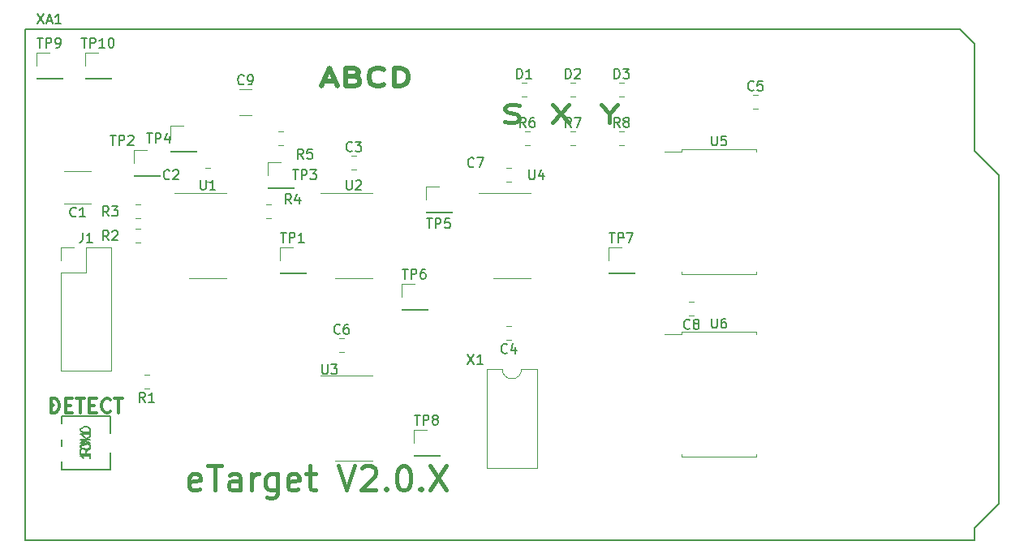
<source format=gbr>
G04 #@! TF.GenerationSoftware,KiCad,Pcbnew,(5.1.5-0-10_14)*
G04 #@! TF.CreationDate,2020-03-01T16:55:33-06:00*
G04 #@! TF.ProjectId,Electronic Target,456c6563-7472-46f6-9e69-632054617267,rev?*
G04 #@! TF.SameCoordinates,Original*
G04 #@! TF.FileFunction,Legend,Top*
G04 #@! TF.FilePolarity,Positive*
%FSLAX46Y46*%
G04 Gerber Fmt 4.6, Leading zero omitted, Abs format (unit mm)*
G04 Created by KiCad (PCBNEW (5.1.5-0-10_14)) date 2020-03-01 16:55:33*
%MOMM*%
%LPD*%
G04 APERTURE LIST*
%ADD10C,0.381000*%
%ADD11C,0.300000*%
%ADD12C,0.476250*%
%ADD13C,0.150000*%
%ADD14C,0.120000*%
%ADD15C,0.152400*%
G04 APERTURE END LIST*
D10*
X135043333Y-130568095D02*
X134801428Y-130689047D01*
X134317619Y-130689047D01*
X134075714Y-130568095D01*
X133954761Y-130326190D01*
X133954761Y-129358571D01*
X134075714Y-129116666D01*
X134317619Y-128995714D01*
X134801428Y-128995714D01*
X135043333Y-129116666D01*
X135164285Y-129358571D01*
X135164285Y-129600476D01*
X133954761Y-129842380D01*
X135890000Y-128149047D02*
X137341428Y-128149047D01*
X136615714Y-130689047D02*
X136615714Y-128149047D01*
X139276666Y-130689047D02*
X139276666Y-129358571D01*
X139155714Y-129116666D01*
X138913809Y-128995714D01*
X138430000Y-128995714D01*
X138188095Y-129116666D01*
X139276666Y-130568095D02*
X139034761Y-130689047D01*
X138430000Y-130689047D01*
X138188095Y-130568095D01*
X138067142Y-130326190D01*
X138067142Y-130084285D01*
X138188095Y-129842380D01*
X138430000Y-129721428D01*
X139034761Y-129721428D01*
X139276666Y-129600476D01*
X140486190Y-130689047D02*
X140486190Y-128995714D01*
X140486190Y-129479523D02*
X140607142Y-129237619D01*
X140728095Y-129116666D01*
X140970000Y-128995714D01*
X141211904Y-128995714D01*
X143147142Y-128995714D02*
X143147142Y-131051904D01*
X143026190Y-131293809D01*
X142905238Y-131414761D01*
X142663333Y-131535714D01*
X142300476Y-131535714D01*
X142058571Y-131414761D01*
X143147142Y-130568095D02*
X142905238Y-130689047D01*
X142421428Y-130689047D01*
X142179523Y-130568095D01*
X142058571Y-130447142D01*
X141937619Y-130205238D01*
X141937619Y-129479523D01*
X142058571Y-129237619D01*
X142179523Y-129116666D01*
X142421428Y-128995714D01*
X142905238Y-128995714D01*
X143147142Y-129116666D01*
X145324285Y-130568095D02*
X145082380Y-130689047D01*
X144598571Y-130689047D01*
X144356666Y-130568095D01*
X144235714Y-130326190D01*
X144235714Y-129358571D01*
X144356666Y-129116666D01*
X144598571Y-128995714D01*
X145082380Y-128995714D01*
X145324285Y-129116666D01*
X145445238Y-129358571D01*
X145445238Y-129600476D01*
X144235714Y-129842380D01*
X146170952Y-128995714D02*
X147138571Y-128995714D01*
X146533809Y-128149047D02*
X146533809Y-130326190D01*
X146654761Y-130568095D01*
X146896666Y-130689047D01*
X147138571Y-130689047D01*
X149557619Y-128149047D02*
X150404285Y-130689047D01*
X151250952Y-128149047D01*
X151976666Y-128390952D02*
X152097619Y-128270000D01*
X152339523Y-128149047D01*
X152944285Y-128149047D01*
X153186190Y-128270000D01*
X153307142Y-128390952D01*
X153428095Y-128632857D01*
X153428095Y-128874761D01*
X153307142Y-129237619D01*
X151855714Y-130689047D01*
X153428095Y-130689047D01*
X154516666Y-130447142D02*
X154637619Y-130568095D01*
X154516666Y-130689047D01*
X154395714Y-130568095D01*
X154516666Y-130447142D01*
X154516666Y-130689047D01*
X156210000Y-128149047D02*
X156451904Y-128149047D01*
X156693809Y-128270000D01*
X156814761Y-128390952D01*
X156935714Y-128632857D01*
X157056666Y-129116666D01*
X157056666Y-129721428D01*
X156935714Y-130205238D01*
X156814761Y-130447142D01*
X156693809Y-130568095D01*
X156451904Y-130689047D01*
X156210000Y-130689047D01*
X155968095Y-130568095D01*
X155847142Y-130447142D01*
X155726190Y-130205238D01*
X155605238Y-129721428D01*
X155605238Y-129116666D01*
X155726190Y-128632857D01*
X155847142Y-128390952D01*
X155968095Y-128270000D01*
X156210000Y-128149047D01*
X158145238Y-130447142D02*
X158266190Y-130568095D01*
X158145238Y-130689047D01*
X158024285Y-130568095D01*
X158145238Y-130447142D01*
X158145238Y-130689047D01*
X159112857Y-128149047D02*
X160806190Y-130689047D01*
X160806190Y-128149047D02*
X159112857Y-130689047D01*
D11*
X119547142Y-122598571D02*
X119547142Y-121098571D01*
X119904285Y-121098571D01*
X120118571Y-121170000D01*
X120261428Y-121312857D01*
X120332857Y-121455714D01*
X120404285Y-121741428D01*
X120404285Y-121955714D01*
X120332857Y-122241428D01*
X120261428Y-122384285D01*
X120118571Y-122527142D01*
X119904285Y-122598571D01*
X119547142Y-122598571D01*
X121047142Y-121812857D02*
X121547142Y-121812857D01*
X121761428Y-122598571D02*
X121047142Y-122598571D01*
X121047142Y-121098571D01*
X121761428Y-121098571D01*
X122190000Y-121098571D02*
X123047142Y-121098571D01*
X122618571Y-122598571D02*
X122618571Y-121098571D01*
X123547142Y-121812857D02*
X124047142Y-121812857D01*
X124261428Y-122598571D02*
X123547142Y-122598571D01*
X123547142Y-121098571D01*
X124261428Y-121098571D01*
X125761428Y-122455714D02*
X125690000Y-122527142D01*
X125475714Y-122598571D01*
X125332857Y-122598571D01*
X125118571Y-122527142D01*
X124975714Y-122384285D01*
X124904285Y-122241428D01*
X124832857Y-121955714D01*
X124832857Y-121741428D01*
X124904285Y-121455714D01*
X124975714Y-121312857D01*
X125118571Y-121170000D01*
X125332857Y-121098571D01*
X125475714Y-121098571D01*
X125690000Y-121170000D01*
X125761428Y-121241428D01*
X126190000Y-121098571D02*
X127047142Y-121098571D01*
X126618571Y-122598571D02*
X126618571Y-121098571D01*
D10*
X177800000Y-91394642D02*
X177800000Y-92301785D01*
X176953333Y-90396785D02*
X177800000Y-91394642D01*
X178646666Y-90396785D01*
X171873333Y-90396785D02*
X173566666Y-92301785D01*
X173566666Y-90396785D02*
X171873333Y-92301785D01*
X166914285Y-92211071D02*
X167277142Y-92301785D01*
X167881904Y-92301785D01*
X168123809Y-92211071D01*
X168244761Y-92120357D01*
X168365714Y-91938928D01*
X168365714Y-91757500D01*
X168244761Y-91576071D01*
X168123809Y-91485357D01*
X167881904Y-91394642D01*
X167398095Y-91303928D01*
X167156190Y-91213214D01*
X167035238Y-91122500D01*
X166914285Y-90941071D01*
X166914285Y-90759642D01*
X167035238Y-90578214D01*
X167156190Y-90487500D01*
X167398095Y-90396785D01*
X168002857Y-90396785D01*
X168365714Y-90487500D01*
D12*
X147985238Y-87947500D02*
X149194761Y-87947500D01*
X147743333Y-88491785D02*
X148590000Y-86586785D01*
X149436666Y-88491785D01*
X151130000Y-87493928D02*
X151492857Y-87584642D01*
X151613809Y-87675357D01*
X151734761Y-87856785D01*
X151734761Y-88128928D01*
X151613809Y-88310357D01*
X151492857Y-88401071D01*
X151250952Y-88491785D01*
X150283333Y-88491785D01*
X150283333Y-86586785D01*
X151130000Y-86586785D01*
X151371904Y-86677500D01*
X151492857Y-86768214D01*
X151613809Y-86949642D01*
X151613809Y-87131071D01*
X151492857Y-87312500D01*
X151371904Y-87403214D01*
X151130000Y-87493928D01*
X150283333Y-87493928D01*
X154274761Y-88310357D02*
X154153809Y-88401071D01*
X153790952Y-88491785D01*
X153549047Y-88491785D01*
X153186190Y-88401071D01*
X152944285Y-88219642D01*
X152823333Y-88038214D01*
X152702380Y-87675357D01*
X152702380Y-87403214D01*
X152823333Y-87040357D01*
X152944285Y-86858928D01*
X153186190Y-86677500D01*
X153549047Y-86586785D01*
X153790952Y-86586785D01*
X154153809Y-86677500D01*
X154274761Y-86768214D01*
X155363333Y-88491785D02*
X155363333Y-86586785D01*
X155968095Y-86586785D01*
X156330952Y-86677500D01*
X156572857Y-86858928D01*
X156693809Y-87040357D01*
X156814761Y-87403214D01*
X156814761Y-87675357D01*
X156693809Y-88038214D01*
X156572857Y-88219642D01*
X156330952Y-88401071D01*
X155968095Y-88491785D01*
X155363333Y-88491785D01*
D13*
X116840000Y-82550000D02*
X116840000Y-135890000D01*
X215900000Y-95250000D02*
X215900000Y-84074000D01*
X218440000Y-97790000D02*
X215900000Y-95250000D01*
X218440000Y-132080000D02*
X218440000Y-97790000D01*
X215900000Y-134620000D02*
X218440000Y-132080000D01*
X215900000Y-135890000D02*
X215900000Y-134620000D01*
X214376000Y-82550000D02*
X215900000Y-84074000D01*
X116840000Y-135890000D02*
X215900000Y-135890000D01*
X116840000Y-82550000D02*
X214376000Y-82550000D01*
D14*
X189230000Y-108110000D02*
X193090000Y-108110000D01*
X193090000Y-108110000D02*
X193090000Y-107875000D01*
X189230000Y-108110000D02*
X185370000Y-108110000D01*
X185370000Y-108110000D02*
X185370000Y-107875000D01*
X189230000Y-95090000D02*
X193090000Y-95090000D01*
X193090000Y-95090000D02*
X193090000Y-95325000D01*
X189230000Y-95090000D02*
X185370000Y-95090000D01*
X185370000Y-95090000D02*
X185370000Y-95325000D01*
X185370000Y-95325000D02*
X183555000Y-95325000D01*
X123708752Y-100770000D02*
X120936248Y-100770000D01*
X123708752Y-97350000D02*
X120936248Y-97350000D01*
X135631422Y-97080000D02*
X136148578Y-97080000D01*
X135631422Y-98500000D02*
X136148578Y-98500000D01*
X150871422Y-97230000D02*
X151388578Y-97230000D01*
X150871422Y-95810000D02*
X151388578Y-95810000D01*
X167566078Y-115010000D02*
X167048922Y-115010000D01*
X167566078Y-113590000D02*
X167048922Y-113590000D01*
X192781422Y-90880000D02*
X193298578Y-90880000D01*
X192781422Y-89460000D02*
X193298578Y-89460000D01*
X149601422Y-116280000D02*
X150118578Y-116280000D01*
X149601422Y-114860000D02*
X150118578Y-114860000D01*
X167566078Y-98500000D02*
X167048922Y-98500000D01*
X167566078Y-97080000D02*
X167048922Y-97080000D01*
X186616078Y-111050000D02*
X186098922Y-111050000D01*
X186616078Y-112470000D02*
X186098922Y-112470000D01*
X139227936Y-88810000D02*
X140432064Y-88810000D01*
X139227936Y-91530000D02*
X140432064Y-91530000D01*
X168651422Y-88190000D02*
X169168578Y-88190000D01*
X168651422Y-89610000D02*
X169168578Y-89610000D01*
X173731422Y-89610000D02*
X174248578Y-89610000D01*
X173731422Y-88190000D02*
X174248578Y-88190000D01*
X178811422Y-89610000D02*
X179328578Y-89610000D01*
X178811422Y-88190000D02*
X179328578Y-88190000D01*
X120590000Y-118170000D02*
X125790000Y-118170000D01*
X120590000Y-107950000D02*
X120590000Y-118170000D01*
X125790000Y-105350000D02*
X125790000Y-118170000D01*
X120590000Y-107950000D02*
X123190000Y-107950000D01*
X123190000Y-107950000D02*
X123190000Y-105350000D01*
X123190000Y-105350000D02*
X125790000Y-105350000D01*
X120590000Y-106680000D02*
X120590000Y-105350000D01*
X120590000Y-105350000D02*
X121920000Y-105350000D01*
X129798578Y-120090000D02*
X129281422Y-120090000D01*
X129798578Y-118670000D02*
X129281422Y-118670000D01*
X128343922Y-103430000D02*
X128861078Y-103430000D01*
X128343922Y-104850000D02*
X128861078Y-104850000D01*
X128343922Y-102310000D02*
X128861078Y-102310000D01*
X128343922Y-100890000D02*
X128861078Y-100890000D01*
X142498578Y-102310000D02*
X141981422Y-102310000D01*
X142498578Y-100890000D02*
X141981422Y-100890000D01*
X143768578Y-93270000D02*
X143251422Y-93270000D01*
X143768578Y-94690000D02*
X143251422Y-94690000D01*
X168983922Y-93270000D02*
X169501078Y-93270000D01*
X168983922Y-94690000D02*
X169501078Y-94690000D01*
X173731422Y-93270000D02*
X174248578Y-93270000D01*
X173731422Y-94690000D02*
X174248578Y-94690000D01*
X178811422Y-93270000D02*
X179328578Y-93270000D01*
X178811422Y-94690000D02*
X179328578Y-94690000D01*
D15*
X120662700Y-125408040D02*
X120662700Y-126051960D01*
X120662700Y-127708040D02*
X120662700Y-128511300D01*
X125717300Y-124724160D02*
X125717300Y-122948700D01*
X120662700Y-122948700D02*
X120662700Y-123751960D01*
X120662700Y-128511300D02*
X125717300Y-128511300D01*
X125717300Y-128511300D02*
X125717300Y-126735840D01*
X125717300Y-122948700D02*
X120662700Y-122948700D01*
X119913400Y-121805700D02*
G75*
G03X119913400Y-121805700I-127000J0D01*
G01*
D14*
X143450000Y-108010000D02*
X146110000Y-108010000D01*
X143450000Y-107950000D02*
X143450000Y-108010000D01*
X146110000Y-107950000D02*
X146110000Y-108010000D01*
X143450000Y-107950000D02*
X146110000Y-107950000D01*
X143450000Y-106680000D02*
X143450000Y-105350000D01*
X143450000Y-105350000D02*
X144780000Y-105350000D01*
X128210000Y-95190000D02*
X129540000Y-95190000D01*
X128210000Y-96520000D02*
X128210000Y-95190000D01*
X128210000Y-97790000D02*
X130870000Y-97790000D01*
X130870000Y-97790000D02*
X130870000Y-97850000D01*
X128210000Y-97790000D02*
X128210000Y-97850000D01*
X128210000Y-97850000D02*
X130870000Y-97850000D01*
X142180000Y-99120000D02*
X144840000Y-99120000D01*
X142180000Y-99060000D02*
X142180000Y-99120000D01*
X144840000Y-99060000D02*
X144840000Y-99120000D01*
X142180000Y-99060000D02*
X144840000Y-99060000D01*
X142180000Y-97790000D02*
X142180000Y-96460000D01*
X142180000Y-96460000D02*
X143510000Y-96460000D01*
X132020000Y-92650000D02*
X133350000Y-92650000D01*
X132020000Y-93980000D02*
X132020000Y-92650000D01*
X132020000Y-95250000D02*
X134680000Y-95250000D01*
X134680000Y-95250000D02*
X134680000Y-95310000D01*
X132020000Y-95250000D02*
X132020000Y-95310000D01*
X132020000Y-95310000D02*
X134680000Y-95310000D01*
X158690000Y-99000000D02*
X160020000Y-99000000D01*
X158690000Y-100330000D02*
X158690000Y-99000000D01*
X158690000Y-101600000D02*
X161350000Y-101600000D01*
X161350000Y-101600000D02*
X161350000Y-101660000D01*
X158690000Y-101600000D02*
X158690000Y-101660000D01*
X158690000Y-101660000D02*
X161350000Y-101660000D01*
X156150000Y-111820000D02*
X158810000Y-111820000D01*
X156150000Y-111760000D02*
X156150000Y-111820000D01*
X158810000Y-111760000D02*
X158810000Y-111820000D01*
X156150000Y-111760000D02*
X158810000Y-111760000D01*
X156150000Y-110490000D02*
X156150000Y-109160000D01*
X156150000Y-109160000D02*
X157480000Y-109160000D01*
X177740000Y-105350000D02*
X179070000Y-105350000D01*
X177740000Y-106680000D02*
X177740000Y-105350000D01*
X177740000Y-107950000D02*
X180400000Y-107950000D01*
X180400000Y-107950000D02*
X180400000Y-108010000D01*
X177740000Y-107950000D02*
X177740000Y-108010000D01*
X177740000Y-108010000D02*
X180400000Y-108010000D01*
X157420000Y-127060000D02*
X160080000Y-127060000D01*
X157420000Y-127000000D02*
X157420000Y-127060000D01*
X160080000Y-127000000D02*
X160080000Y-127060000D01*
X157420000Y-127000000D02*
X160080000Y-127000000D01*
X157420000Y-125730000D02*
X157420000Y-124400000D01*
X157420000Y-124400000D02*
X158750000Y-124400000D01*
X118050000Y-87690000D02*
X120710000Y-87690000D01*
X118050000Y-87630000D02*
X118050000Y-87690000D01*
X120710000Y-87630000D02*
X120710000Y-87690000D01*
X118050000Y-87630000D02*
X120710000Y-87630000D01*
X118050000Y-86360000D02*
X118050000Y-85030000D01*
X118050000Y-85030000D02*
X119380000Y-85030000D01*
X123130000Y-85030000D02*
X124460000Y-85030000D01*
X123130000Y-86360000D02*
X123130000Y-85030000D01*
X123130000Y-87630000D02*
X125790000Y-87630000D01*
X125790000Y-87630000D02*
X125790000Y-87690000D01*
X123130000Y-87630000D02*
X123130000Y-87690000D01*
X123130000Y-87690000D02*
X125790000Y-87690000D01*
X135890000Y-99705000D02*
X132440000Y-99705000D01*
X135890000Y-99705000D02*
X137840000Y-99705000D01*
X135890000Y-108575000D02*
X133940000Y-108575000D01*
X135890000Y-108575000D02*
X137840000Y-108575000D01*
X151130000Y-99705000D02*
X147680000Y-99705000D01*
X151130000Y-99705000D02*
X153080000Y-99705000D01*
X151130000Y-108575000D02*
X149180000Y-108575000D01*
X151130000Y-108575000D02*
X153080000Y-108575000D01*
X151130000Y-127625000D02*
X153080000Y-127625000D01*
X151130000Y-127625000D02*
X149180000Y-127625000D01*
X151130000Y-118755000D02*
X153080000Y-118755000D01*
X151130000Y-118755000D02*
X147680000Y-118755000D01*
X167640000Y-108575000D02*
X169590000Y-108575000D01*
X167640000Y-108575000D02*
X165690000Y-108575000D01*
X167640000Y-99705000D02*
X169590000Y-99705000D01*
X167640000Y-99705000D02*
X164190000Y-99705000D01*
X185370000Y-114375000D02*
X183555000Y-114375000D01*
X185370000Y-114140000D02*
X185370000Y-114375000D01*
X189230000Y-114140000D02*
X185370000Y-114140000D01*
X193090000Y-114140000D02*
X193090000Y-114375000D01*
X189230000Y-114140000D02*
X193090000Y-114140000D01*
X185370000Y-127160000D02*
X185370000Y-126925000D01*
X189230000Y-127160000D02*
X185370000Y-127160000D01*
X193090000Y-127160000D02*
X193090000Y-126925000D01*
X189230000Y-127160000D02*
X193090000Y-127160000D01*
X168640000Y-118050000D02*
G75*
G02X166640000Y-118050000I-1000000J0D01*
G01*
X166640000Y-118050000D02*
X164990000Y-118050000D01*
X164990000Y-118050000D02*
X164990000Y-128330000D01*
X164990000Y-128330000D02*
X170290000Y-128330000D01*
X170290000Y-128330000D02*
X170290000Y-118050000D01*
X170290000Y-118050000D02*
X168640000Y-118050000D01*
D13*
X118141904Y-80986380D02*
X118808571Y-81986380D01*
X118808571Y-80986380D02*
X118141904Y-81986380D01*
X119141904Y-81700666D02*
X119618095Y-81700666D01*
X119046666Y-81986380D02*
X119380000Y-80986380D01*
X119713333Y-81986380D01*
X120570476Y-81986380D02*
X119999047Y-81986380D01*
X120284761Y-81986380D02*
X120284761Y-80986380D01*
X120189523Y-81129238D01*
X120094285Y-81224476D01*
X119999047Y-81272095D01*
X179324000Y-104243142D02*
X179371619Y-104290761D01*
X179324000Y-104338380D01*
X179276380Y-104290761D01*
X179324000Y-104243142D01*
X179324000Y-104338380D01*
X188468095Y-93702380D02*
X188468095Y-94511904D01*
X188515714Y-94607142D01*
X188563333Y-94654761D01*
X188658571Y-94702380D01*
X188849047Y-94702380D01*
X188944285Y-94654761D01*
X188991904Y-94607142D01*
X189039523Y-94511904D01*
X189039523Y-93702380D01*
X189991904Y-93702380D02*
X189515714Y-93702380D01*
X189468095Y-94178571D01*
X189515714Y-94130952D01*
X189610952Y-94083333D01*
X189849047Y-94083333D01*
X189944285Y-94130952D01*
X189991904Y-94178571D01*
X190039523Y-94273809D01*
X190039523Y-94511904D01*
X189991904Y-94607142D01*
X189944285Y-94654761D01*
X189849047Y-94702380D01*
X189610952Y-94702380D01*
X189515714Y-94654761D01*
X189468095Y-94607142D01*
X122155833Y-102067142D02*
X122108214Y-102114761D01*
X121965357Y-102162380D01*
X121870119Y-102162380D01*
X121727261Y-102114761D01*
X121632023Y-102019523D01*
X121584404Y-101924285D01*
X121536785Y-101733809D01*
X121536785Y-101590952D01*
X121584404Y-101400476D01*
X121632023Y-101305238D01*
X121727261Y-101210000D01*
X121870119Y-101162380D01*
X121965357Y-101162380D01*
X122108214Y-101210000D01*
X122155833Y-101257619D01*
X123108214Y-102162380D02*
X122536785Y-102162380D01*
X122822500Y-102162380D02*
X122822500Y-101162380D01*
X122727261Y-101305238D01*
X122632023Y-101400476D01*
X122536785Y-101448095D01*
X131913333Y-98147142D02*
X131865714Y-98194761D01*
X131722857Y-98242380D01*
X131627619Y-98242380D01*
X131484761Y-98194761D01*
X131389523Y-98099523D01*
X131341904Y-98004285D01*
X131294285Y-97813809D01*
X131294285Y-97670952D01*
X131341904Y-97480476D01*
X131389523Y-97385238D01*
X131484761Y-97290000D01*
X131627619Y-97242380D01*
X131722857Y-97242380D01*
X131865714Y-97290000D01*
X131913333Y-97337619D01*
X132294285Y-97337619D02*
X132341904Y-97290000D01*
X132437142Y-97242380D01*
X132675238Y-97242380D01*
X132770476Y-97290000D01*
X132818095Y-97337619D01*
X132865714Y-97432857D01*
X132865714Y-97528095D01*
X132818095Y-97670952D01*
X132246666Y-98242380D01*
X132865714Y-98242380D01*
X150963333Y-95227142D02*
X150915714Y-95274761D01*
X150772857Y-95322380D01*
X150677619Y-95322380D01*
X150534761Y-95274761D01*
X150439523Y-95179523D01*
X150391904Y-95084285D01*
X150344285Y-94893809D01*
X150344285Y-94750952D01*
X150391904Y-94560476D01*
X150439523Y-94465238D01*
X150534761Y-94370000D01*
X150677619Y-94322380D01*
X150772857Y-94322380D01*
X150915714Y-94370000D01*
X150963333Y-94417619D01*
X151296666Y-94322380D02*
X151915714Y-94322380D01*
X151582380Y-94703333D01*
X151725238Y-94703333D01*
X151820476Y-94750952D01*
X151868095Y-94798571D01*
X151915714Y-94893809D01*
X151915714Y-95131904D01*
X151868095Y-95227142D01*
X151820476Y-95274761D01*
X151725238Y-95322380D01*
X151439523Y-95322380D01*
X151344285Y-95274761D01*
X151296666Y-95227142D01*
X167140833Y-116307142D02*
X167093214Y-116354761D01*
X166950357Y-116402380D01*
X166855119Y-116402380D01*
X166712261Y-116354761D01*
X166617023Y-116259523D01*
X166569404Y-116164285D01*
X166521785Y-115973809D01*
X166521785Y-115830952D01*
X166569404Y-115640476D01*
X166617023Y-115545238D01*
X166712261Y-115450000D01*
X166855119Y-115402380D01*
X166950357Y-115402380D01*
X167093214Y-115450000D01*
X167140833Y-115497619D01*
X167997976Y-115735714D02*
X167997976Y-116402380D01*
X167759880Y-115354761D02*
X167521785Y-116069047D01*
X168140833Y-116069047D01*
X192873333Y-88877142D02*
X192825714Y-88924761D01*
X192682857Y-88972380D01*
X192587619Y-88972380D01*
X192444761Y-88924761D01*
X192349523Y-88829523D01*
X192301904Y-88734285D01*
X192254285Y-88543809D01*
X192254285Y-88400952D01*
X192301904Y-88210476D01*
X192349523Y-88115238D01*
X192444761Y-88020000D01*
X192587619Y-87972380D01*
X192682857Y-87972380D01*
X192825714Y-88020000D01*
X192873333Y-88067619D01*
X193778095Y-87972380D02*
X193301904Y-87972380D01*
X193254285Y-88448571D01*
X193301904Y-88400952D01*
X193397142Y-88353333D01*
X193635238Y-88353333D01*
X193730476Y-88400952D01*
X193778095Y-88448571D01*
X193825714Y-88543809D01*
X193825714Y-88781904D01*
X193778095Y-88877142D01*
X193730476Y-88924761D01*
X193635238Y-88972380D01*
X193397142Y-88972380D01*
X193301904Y-88924761D01*
X193254285Y-88877142D01*
X149693333Y-114277142D02*
X149645714Y-114324761D01*
X149502857Y-114372380D01*
X149407619Y-114372380D01*
X149264761Y-114324761D01*
X149169523Y-114229523D01*
X149121904Y-114134285D01*
X149074285Y-113943809D01*
X149074285Y-113800952D01*
X149121904Y-113610476D01*
X149169523Y-113515238D01*
X149264761Y-113420000D01*
X149407619Y-113372380D01*
X149502857Y-113372380D01*
X149645714Y-113420000D01*
X149693333Y-113467619D01*
X150550476Y-113372380D02*
X150360000Y-113372380D01*
X150264761Y-113420000D01*
X150217142Y-113467619D01*
X150121904Y-113610476D01*
X150074285Y-113800952D01*
X150074285Y-114181904D01*
X150121904Y-114277142D01*
X150169523Y-114324761D01*
X150264761Y-114372380D01*
X150455238Y-114372380D01*
X150550476Y-114324761D01*
X150598095Y-114277142D01*
X150645714Y-114181904D01*
X150645714Y-113943809D01*
X150598095Y-113848571D01*
X150550476Y-113800952D01*
X150455238Y-113753333D01*
X150264761Y-113753333D01*
X150169523Y-113800952D01*
X150121904Y-113848571D01*
X150074285Y-113943809D01*
X163663333Y-96877142D02*
X163615714Y-96924761D01*
X163472857Y-96972380D01*
X163377619Y-96972380D01*
X163234761Y-96924761D01*
X163139523Y-96829523D01*
X163091904Y-96734285D01*
X163044285Y-96543809D01*
X163044285Y-96400952D01*
X163091904Y-96210476D01*
X163139523Y-96115238D01*
X163234761Y-96020000D01*
X163377619Y-95972380D01*
X163472857Y-95972380D01*
X163615714Y-96020000D01*
X163663333Y-96067619D01*
X163996666Y-95972380D02*
X164663333Y-95972380D01*
X164234761Y-96972380D01*
X186190833Y-113767142D02*
X186143214Y-113814761D01*
X186000357Y-113862380D01*
X185905119Y-113862380D01*
X185762261Y-113814761D01*
X185667023Y-113719523D01*
X185619404Y-113624285D01*
X185571785Y-113433809D01*
X185571785Y-113290952D01*
X185619404Y-113100476D01*
X185667023Y-113005238D01*
X185762261Y-112910000D01*
X185905119Y-112862380D01*
X186000357Y-112862380D01*
X186143214Y-112910000D01*
X186190833Y-112957619D01*
X186762261Y-113290952D02*
X186667023Y-113243333D01*
X186619404Y-113195714D01*
X186571785Y-113100476D01*
X186571785Y-113052857D01*
X186619404Y-112957619D01*
X186667023Y-112910000D01*
X186762261Y-112862380D01*
X186952738Y-112862380D01*
X187047976Y-112910000D01*
X187095595Y-112957619D01*
X187143214Y-113052857D01*
X187143214Y-113100476D01*
X187095595Y-113195714D01*
X187047976Y-113243333D01*
X186952738Y-113290952D01*
X186762261Y-113290952D01*
X186667023Y-113338571D01*
X186619404Y-113386190D01*
X186571785Y-113481428D01*
X186571785Y-113671904D01*
X186619404Y-113767142D01*
X186667023Y-113814761D01*
X186762261Y-113862380D01*
X186952738Y-113862380D01*
X187047976Y-113814761D01*
X187095595Y-113767142D01*
X187143214Y-113671904D01*
X187143214Y-113481428D01*
X187095595Y-113386190D01*
X187047976Y-113338571D01*
X186952738Y-113290952D01*
X139663333Y-88247142D02*
X139615714Y-88294761D01*
X139472857Y-88342380D01*
X139377619Y-88342380D01*
X139234761Y-88294761D01*
X139139523Y-88199523D01*
X139091904Y-88104285D01*
X139044285Y-87913809D01*
X139044285Y-87770952D01*
X139091904Y-87580476D01*
X139139523Y-87485238D01*
X139234761Y-87390000D01*
X139377619Y-87342380D01*
X139472857Y-87342380D01*
X139615714Y-87390000D01*
X139663333Y-87437619D01*
X140139523Y-88342380D02*
X140330000Y-88342380D01*
X140425238Y-88294761D01*
X140472857Y-88247142D01*
X140568095Y-88104285D01*
X140615714Y-87913809D01*
X140615714Y-87532857D01*
X140568095Y-87437619D01*
X140520476Y-87390000D01*
X140425238Y-87342380D01*
X140234761Y-87342380D01*
X140139523Y-87390000D01*
X140091904Y-87437619D01*
X140044285Y-87532857D01*
X140044285Y-87770952D01*
X140091904Y-87866190D01*
X140139523Y-87913809D01*
X140234761Y-87961428D01*
X140425238Y-87961428D01*
X140520476Y-87913809D01*
X140568095Y-87866190D01*
X140615714Y-87770952D01*
X168171904Y-87702380D02*
X168171904Y-86702380D01*
X168410000Y-86702380D01*
X168552857Y-86750000D01*
X168648095Y-86845238D01*
X168695714Y-86940476D01*
X168743333Y-87130952D01*
X168743333Y-87273809D01*
X168695714Y-87464285D01*
X168648095Y-87559523D01*
X168552857Y-87654761D01*
X168410000Y-87702380D01*
X168171904Y-87702380D01*
X169695714Y-87702380D02*
X169124285Y-87702380D01*
X169410000Y-87702380D02*
X169410000Y-86702380D01*
X169314761Y-86845238D01*
X169219523Y-86940476D01*
X169124285Y-86988095D01*
X173251904Y-87702380D02*
X173251904Y-86702380D01*
X173490000Y-86702380D01*
X173632857Y-86750000D01*
X173728095Y-86845238D01*
X173775714Y-86940476D01*
X173823333Y-87130952D01*
X173823333Y-87273809D01*
X173775714Y-87464285D01*
X173728095Y-87559523D01*
X173632857Y-87654761D01*
X173490000Y-87702380D01*
X173251904Y-87702380D01*
X174204285Y-86797619D02*
X174251904Y-86750000D01*
X174347142Y-86702380D01*
X174585238Y-86702380D01*
X174680476Y-86750000D01*
X174728095Y-86797619D01*
X174775714Y-86892857D01*
X174775714Y-86988095D01*
X174728095Y-87130952D01*
X174156666Y-87702380D01*
X174775714Y-87702380D01*
X178331904Y-87702380D02*
X178331904Y-86702380D01*
X178570000Y-86702380D01*
X178712857Y-86750000D01*
X178808095Y-86845238D01*
X178855714Y-86940476D01*
X178903333Y-87130952D01*
X178903333Y-87273809D01*
X178855714Y-87464285D01*
X178808095Y-87559523D01*
X178712857Y-87654761D01*
X178570000Y-87702380D01*
X178331904Y-87702380D01*
X179236666Y-86702380D02*
X179855714Y-86702380D01*
X179522380Y-87083333D01*
X179665238Y-87083333D01*
X179760476Y-87130952D01*
X179808095Y-87178571D01*
X179855714Y-87273809D01*
X179855714Y-87511904D01*
X179808095Y-87607142D01*
X179760476Y-87654761D01*
X179665238Y-87702380D01*
X179379523Y-87702380D01*
X179284285Y-87654761D01*
X179236666Y-87607142D01*
X122856666Y-103802380D02*
X122856666Y-104516666D01*
X122809047Y-104659523D01*
X122713809Y-104754761D01*
X122570952Y-104802380D01*
X122475714Y-104802380D01*
X123856666Y-104802380D02*
X123285238Y-104802380D01*
X123570952Y-104802380D02*
X123570952Y-103802380D01*
X123475714Y-103945238D01*
X123380476Y-104040476D01*
X123285238Y-104088095D01*
X129373333Y-121482380D02*
X129040000Y-121006190D01*
X128801904Y-121482380D02*
X128801904Y-120482380D01*
X129182857Y-120482380D01*
X129278095Y-120530000D01*
X129325714Y-120577619D01*
X129373333Y-120672857D01*
X129373333Y-120815714D01*
X129325714Y-120910952D01*
X129278095Y-120958571D01*
X129182857Y-121006190D01*
X128801904Y-121006190D01*
X130325714Y-121482380D02*
X129754285Y-121482380D01*
X130040000Y-121482380D02*
X130040000Y-120482380D01*
X129944761Y-120625238D01*
X129849523Y-120720476D01*
X129754285Y-120768095D01*
X125563333Y-104592380D02*
X125230000Y-104116190D01*
X124991904Y-104592380D02*
X124991904Y-103592380D01*
X125372857Y-103592380D01*
X125468095Y-103640000D01*
X125515714Y-103687619D01*
X125563333Y-103782857D01*
X125563333Y-103925714D01*
X125515714Y-104020952D01*
X125468095Y-104068571D01*
X125372857Y-104116190D01*
X124991904Y-104116190D01*
X125944285Y-103687619D02*
X125991904Y-103640000D01*
X126087142Y-103592380D01*
X126325238Y-103592380D01*
X126420476Y-103640000D01*
X126468095Y-103687619D01*
X126515714Y-103782857D01*
X126515714Y-103878095D01*
X126468095Y-104020952D01*
X125896666Y-104592380D01*
X126515714Y-104592380D01*
X125563333Y-102052380D02*
X125230000Y-101576190D01*
X124991904Y-102052380D02*
X124991904Y-101052380D01*
X125372857Y-101052380D01*
X125468095Y-101100000D01*
X125515714Y-101147619D01*
X125563333Y-101242857D01*
X125563333Y-101385714D01*
X125515714Y-101480952D01*
X125468095Y-101528571D01*
X125372857Y-101576190D01*
X124991904Y-101576190D01*
X125896666Y-101052380D02*
X126515714Y-101052380D01*
X126182380Y-101433333D01*
X126325238Y-101433333D01*
X126420476Y-101480952D01*
X126468095Y-101528571D01*
X126515714Y-101623809D01*
X126515714Y-101861904D01*
X126468095Y-101957142D01*
X126420476Y-102004761D01*
X126325238Y-102052380D01*
X126039523Y-102052380D01*
X125944285Y-102004761D01*
X125896666Y-101957142D01*
X144613333Y-100782380D02*
X144280000Y-100306190D01*
X144041904Y-100782380D02*
X144041904Y-99782380D01*
X144422857Y-99782380D01*
X144518095Y-99830000D01*
X144565714Y-99877619D01*
X144613333Y-99972857D01*
X144613333Y-100115714D01*
X144565714Y-100210952D01*
X144518095Y-100258571D01*
X144422857Y-100306190D01*
X144041904Y-100306190D01*
X145470476Y-100115714D02*
X145470476Y-100782380D01*
X145232380Y-99734761D02*
X144994285Y-100449047D01*
X145613333Y-100449047D01*
X145883333Y-96082380D02*
X145550000Y-95606190D01*
X145311904Y-96082380D02*
X145311904Y-95082380D01*
X145692857Y-95082380D01*
X145788095Y-95130000D01*
X145835714Y-95177619D01*
X145883333Y-95272857D01*
X145883333Y-95415714D01*
X145835714Y-95510952D01*
X145788095Y-95558571D01*
X145692857Y-95606190D01*
X145311904Y-95606190D01*
X146788095Y-95082380D02*
X146311904Y-95082380D01*
X146264285Y-95558571D01*
X146311904Y-95510952D01*
X146407142Y-95463333D01*
X146645238Y-95463333D01*
X146740476Y-95510952D01*
X146788095Y-95558571D01*
X146835714Y-95653809D01*
X146835714Y-95891904D01*
X146788095Y-95987142D01*
X146740476Y-96034761D01*
X146645238Y-96082380D01*
X146407142Y-96082380D01*
X146311904Y-96034761D01*
X146264285Y-95987142D01*
X169075833Y-92782380D02*
X168742500Y-92306190D01*
X168504404Y-92782380D02*
X168504404Y-91782380D01*
X168885357Y-91782380D01*
X168980595Y-91830000D01*
X169028214Y-91877619D01*
X169075833Y-91972857D01*
X169075833Y-92115714D01*
X169028214Y-92210952D01*
X168980595Y-92258571D01*
X168885357Y-92306190D01*
X168504404Y-92306190D01*
X169932976Y-91782380D02*
X169742500Y-91782380D01*
X169647261Y-91830000D01*
X169599642Y-91877619D01*
X169504404Y-92020476D01*
X169456785Y-92210952D01*
X169456785Y-92591904D01*
X169504404Y-92687142D01*
X169552023Y-92734761D01*
X169647261Y-92782380D01*
X169837738Y-92782380D01*
X169932976Y-92734761D01*
X169980595Y-92687142D01*
X170028214Y-92591904D01*
X170028214Y-92353809D01*
X169980595Y-92258571D01*
X169932976Y-92210952D01*
X169837738Y-92163333D01*
X169647261Y-92163333D01*
X169552023Y-92210952D01*
X169504404Y-92258571D01*
X169456785Y-92353809D01*
X173823333Y-92782380D02*
X173490000Y-92306190D01*
X173251904Y-92782380D02*
X173251904Y-91782380D01*
X173632857Y-91782380D01*
X173728095Y-91830000D01*
X173775714Y-91877619D01*
X173823333Y-91972857D01*
X173823333Y-92115714D01*
X173775714Y-92210952D01*
X173728095Y-92258571D01*
X173632857Y-92306190D01*
X173251904Y-92306190D01*
X174156666Y-91782380D02*
X174823333Y-91782380D01*
X174394761Y-92782380D01*
X178903333Y-92782380D02*
X178570000Y-92306190D01*
X178331904Y-92782380D02*
X178331904Y-91782380D01*
X178712857Y-91782380D01*
X178808095Y-91830000D01*
X178855714Y-91877619D01*
X178903333Y-91972857D01*
X178903333Y-92115714D01*
X178855714Y-92210952D01*
X178808095Y-92258571D01*
X178712857Y-92306190D01*
X178331904Y-92306190D01*
X179474761Y-92210952D02*
X179379523Y-92163333D01*
X179331904Y-92115714D01*
X179284285Y-92020476D01*
X179284285Y-91972857D01*
X179331904Y-91877619D01*
X179379523Y-91830000D01*
X179474761Y-91782380D01*
X179665238Y-91782380D01*
X179760476Y-91830000D01*
X179808095Y-91877619D01*
X179855714Y-91972857D01*
X179855714Y-92020476D01*
X179808095Y-92115714D01*
X179760476Y-92163333D01*
X179665238Y-92210952D01*
X179474761Y-92210952D01*
X179379523Y-92258571D01*
X179331904Y-92306190D01*
X179284285Y-92401428D01*
X179284285Y-92591904D01*
X179331904Y-92687142D01*
X179379523Y-92734761D01*
X179474761Y-92782380D01*
X179665238Y-92782380D01*
X179760476Y-92734761D01*
X179808095Y-92687142D01*
X179855714Y-92591904D01*
X179855714Y-92401428D01*
X179808095Y-92306190D01*
X179760476Y-92258571D01*
X179665238Y-92210952D01*
X123642380Y-126325238D02*
X123166190Y-126658571D01*
X123642380Y-126896666D02*
X122642380Y-126896666D01*
X122642380Y-126515714D01*
X122690000Y-126420476D01*
X122737619Y-126372857D01*
X122832857Y-126325238D01*
X122975714Y-126325238D01*
X123070952Y-126372857D01*
X123118571Y-126420476D01*
X123166190Y-126515714D01*
X123166190Y-126896666D01*
X122642380Y-126039523D02*
X123642380Y-125706190D01*
X122642380Y-125372857D01*
X123642380Y-124515714D02*
X123642380Y-125087142D01*
X123642380Y-124801428D02*
X122642380Y-124801428D01*
X122785238Y-124896666D01*
X122880476Y-124991904D01*
X122928095Y-125087142D01*
X123642380Y-126801428D02*
X123642380Y-127372857D01*
X123642380Y-127087142D02*
X122642380Y-127087142D01*
X122785238Y-127182380D01*
X122880476Y-127277619D01*
X122928095Y-127372857D01*
X122642380Y-126182380D02*
X122642380Y-126087142D01*
X122690000Y-125991904D01*
X122737619Y-125944285D01*
X122832857Y-125896666D01*
X123023333Y-125849047D01*
X123261428Y-125849047D01*
X123451904Y-125896666D01*
X123547142Y-125944285D01*
X123594761Y-125991904D01*
X123642380Y-126087142D01*
X123642380Y-126182380D01*
X123594761Y-126277619D01*
X123547142Y-126325238D01*
X123451904Y-126372857D01*
X123261428Y-126420476D01*
X123023333Y-126420476D01*
X122832857Y-126372857D01*
X122737619Y-126325238D01*
X122690000Y-126277619D01*
X122642380Y-126182380D01*
X123642380Y-125420476D02*
X122642380Y-125420476D01*
X123261428Y-125325238D02*
X123642380Y-125039523D01*
X122975714Y-125039523D02*
X123356666Y-125420476D01*
X122642380Y-124420476D02*
X122642380Y-124325238D01*
X122690000Y-124230000D01*
X122737619Y-124182380D01*
X122832857Y-124134761D01*
X123023333Y-124087142D01*
X123261428Y-124087142D01*
X123451904Y-124134761D01*
X123547142Y-124182380D01*
X123594761Y-124230000D01*
X123642380Y-124325238D01*
X123642380Y-124420476D01*
X123594761Y-124515714D01*
X123547142Y-124563333D01*
X123451904Y-124610952D01*
X123261428Y-124658571D01*
X123023333Y-124658571D01*
X122832857Y-124610952D01*
X122737619Y-124563333D01*
X122690000Y-124515714D01*
X122642380Y-124420476D01*
X122642380Y-125730000D02*
X122880476Y-125730000D01*
X122785238Y-125968095D02*
X122880476Y-125730000D01*
X122785238Y-125491904D01*
X123070952Y-125872857D02*
X122880476Y-125730000D01*
X123070952Y-125587142D01*
X143518095Y-103802380D02*
X144089523Y-103802380D01*
X143803809Y-104802380D02*
X143803809Y-103802380D01*
X144422857Y-104802380D02*
X144422857Y-103802380D01*
X144803809Y-103802380D01*
X144899047Y-103850000D01*
X144946666Y-103897619D01*
X144994285Y-103992857D01*
X144994285Y-104135714D01*
X144946666Y-104230952D01*
X144899047Y-104278571D01*
X144803809Y-104326190D01*
X144422857Y-104326190D01*
X145946666Y-104802380D02*
X145375238Y-104802380D01*
X145660952Y-104802380D02*
X145660952Y-103802380D01*
X145565714Y-103945238D01*
X145470476Y-104040476D01*
X145375238Y-104088095D01*
X125738095Y-93642380D02*
X126309523Y-93642380D01*
X126023809Y-94642380D02*
X126023809Y-93642380D01*
X126642857Y-94642380D02*
X126642857Y-93642380D01*
X127023809Y-93642380D01*
X127119047Y-93690000D01*
X127166666Y-93737619D01*
X127214285Y-93832857D01*
X127214285Y-93975714D01*
X127166666Y-94070952D01*
X127119047Y-94118571D01*
X127023809Y-94166190D01*
X126642857Y-94166190D01*
X127595238Y-93737619D02*
X127642857Y-93690000D01*
X127738095Y-93642380D01*
X127976190Y-93642380D01*
X128071428Y-93690000D01*
X128119047Y-93737619D01*
X128166666Y-93832857D01*
X128166666Y-93928095D01*
X128119047Y-94070952D01*
X127547619Y-94642380D01*
X128166666Y-94642380D01*
X144788095Y-97242380D02*
X145359523Y-97242380D01*
X145073809Y-98242380D02*
X145073809Y-97242380D01*
X145692857Y-98242380D02*
X145692857Y-97242380D01*
X146073809Y-97242380D01*
X146169047Y-97290000D01*
X146216666Y-97337619D01*
X146264285Y-97432857D01*
X146264285Y-97575714D01*
X146216666Y-97670952D01*
X146169047Y-97718571D01*
X146073809Y-97766190D01*
X145692857Y-97766190D01*
X146597619Y-97242380D02*
X147216666Y-97242380D01*
X146883333Y-97623333D01*
X147026190Y-97623333D01*
X147121428Y-97670952D01*
X147169047Y-97718571D01*
X147216666Y-97813809D01*
X147216666Y-98051904D01*
X147169047Y-98147142D01*
X147121428Y-98194761D01*
X147026190Y-98242380D01*
X146740476Y-98242380D01*
X146645238Y-98194761D01*
X146597619Y-98147142D01*
X129548095Y-93432380D02*
X130119523Y-93432380D01*
X129833809Y-94432380D02*
X129833809Y-93432380D01*
X130452857Y-94432380D02*
X130452857Y-93432380D01*
X130833809Y-93432380D01*
X130929047Y-93480000D01*
X130976666Y-93527619D01*
X131024285Y-93622857D01*
X131024285Y-93765714D01*
X130976666Y-93860952D01*
X130929047Y-93908571D01*
X130833809Y-93956190D01*
X130452857Y-93956190D01*
X131881428Y-93765714D02*
X131881428Y-94432380D01*
X131643333Y-93384761D02*
X131405238Y-94099047D01*
X132024285Y-94099047D01*
X158758095Y-102322380D02*
X159329523Y-102322380D01*
X159043809Y-103322380D02*
X159043809Y-102322380D01*
X159662857Y-103322380D02*
X159662857Y-102322380D01*
X160043809Y-102322380D01*
X160139047Y-102370000D01*
X160186666Y-102417619D01*
X160234285Y-102512857D01*
X160234285Y-102655714D01*
X160186666Y-102750952D01*
X160139047Y-102798571D01*
X160043809Y-102846190D01*
X159662857Y-102846190D01*
X161139047Y-102322380D02*
X160662857Y-102322380D01*
X160615238Y-102798571D01*
X160662857Y-102750952D01*
X160758095Y-102703333D01*
X160996190Y-102703333D01*
X161091428Y-102750952D01*
X161139047Y-102798571D01*
X161186666Y-102893809D01*
X161186666Y-103131904D01*
X161139047Y-103227142D01*
X161091428Y-103274761D01*
X160996190Y-103322380D01*
X160758095Y-103322380D01*
X160662857Y-103274761D01*
X160615238Y-103227142D01*
X156218095Y-107612380D02*
X156789523Y-107612380D01*
X156503809Y-108612380D02*
X156503809Y-107612380D01*
X157122857Y-108612380D02*
X157122857Y-107612380D01*
X157503809Y-107612380D01*
X157599047Y-107660000D01*
X157646666Y-107707619D01*
X157694285Y-107802857D01*
X157694285Y-107945714D01*
X157646666Y-108040952D01*
X157599047Y-108088571D01*
X157503809Y-108136190D01*
X157122857Y-108136190D01*
X158551428Y-107612380D02*
X158360952Y-107612380D01*
X158265714Y-107660000D01*
X158218095Y-107707619D01*
X158122857Y-107850476D01*
X158075238Y-108040952D01*
X158075238Y-108421904D01*
X158122857Y-108517142D01*
X158170476Y-108564761D01*
X158265714Y-108612380D01*
X158456190Y-108612380D01*
X158551428Y-108564761D01*
X158599047Y-108517142D01*
X158646666Y-108421904D01*
X158646666Y-108183809D01*
X158599047Y-108088571D01*
X158551428Y-108040952D01*
X158456190Y-107993333D01*
X158265714Y-107993333D01*
X158170476Y-108040952D01*
X158122857Y-108088571D01*
X158075238Y-108183809D01*
X177808095Y-103802380D02*
X178379523Y-103802380D01*
X178093809Y-104802380D02*
X178093809Y-103802380D01*
X178712857Y-104802380D02*
X178712857Y-103802380D01*
X179093809Y-103802380D01*
X179189047Y-103850000D01*
X179236666Y-103897619D01*
X179284285Y-103992857D01*
X179284285Y-104135714D01*
X179236666Y-104230952D01*
X179189047Y-104278571D01*
X179093809Y-104326190D01*
X178712857Y-104326190D01*
X179617619Y-103802380D02*
X180284285Y-103802380D01*
X179855714Y-104802380D01*
X157488095Y-122852380D02*
X158059523Y-122852380D01*
X157773809Y-123852380D02*
X157773809Y-122852380D01*
X158392857Y-123852380D02*
X158392857Y-122852380D01*
X158773809Y-122852380D01*
X158869047Y-122900000D01*
X158916666Y-122947619D01*
X158964285Y-123042857D01*
X158964285Y-123185714D01*
X158916666Y-123280952D01*
X158869047Y-123328571D01*
X158773809Y-123376190D01*
X158392857Y-123376190D01*
X159535714Y-123280952D02*
X159440476Y-123233333D01*
X159392857Y-123185714D01*
X159345238Y-123090476D01*
X159345238Y-123042857D01*
X159392857Y-122947619D01*
X159440476Y-122900000D01*
X159535714Y-122852380D01*
X159726190Y-122852380D01*
X159821428Y-122900000D01*
X159869047Y-122947619D01*
X159916666Y-123042857D01*
X159916666Y-123090476D01*
X159869047Y-123185714D01*
X159821428Y-123233333D01*
X159726190Y-123280952D01*
X159535714Y-123280952D01*
X159440476Y-123328571D01*
X159392857Y-123376190D01*
X159345238Y-123471428D01*
X159345238Y-123661904D01*
X159392857Y-123757142D01*
X159440476Y-123804761D01*
X159535714Y-123852380D01*
X159726190Y-123852380D01*
X159821428Y-123804761D01*
X159869047Y-123757142D01*
X159916666Y-123661904D01*
X159916666Y-123471428D01*
X159869047Y-123376190D01*
X159821428Y-123328571D01*
X159726190Y-123280952D01*
X118118095Y-83482380D02*
X118689523Y-83482380D01*
X118403809Y-84482380D02*
X118403809Y-83482380D01*
X119022857Y-84482380D02*
X119022857Y-83482380D01*
X119403809Y-83482380D01*
X119499047Y-83530000D01*
X119546666Y-83577619D01*
X119594285Y-83672857D01*
X119594285Y-83815714D01*
X119546666Y-83910952D01*
X119499047Y-83958571D01*
X119403809Y-84006190D01*
X119022857Y-84006190D01*
X120070476Y-84482380D02*
X120260952Y-84482380D01*
X120356190Y-84434761D01*
X120403809Y-84387142D01*
X120499047Y-84244285D01*
X120546666Y-84053809D01*
X120546666Y-83672857D01*
X120499047Y-83577619D01*
X120451428Y-83530000D01*
X120356190Y-83482380D01*
X120165714Y-83482380D01*
X120070476Y-83530000D01*
X120022857Y-83577619D01*
X119975238Y-83672857D01*
X119975238Y-83910952D01*
X120022857Y-84006190D01*
X120070476Y-84053809D01*
X120165714Y-84101428D01*
X120356190Y-84101428D01*
X120451428Y-84053809D01*
X120499047Y-84006190D01*
X120546666Y-83910952D01*
X122721904Y-83482380D02*
X123293333Y-83482380D01*
X123007619Y-84482380D02*
X123007619Y-83482380D01*
X123626666Y-84482380D02*
X123626666Y-83482380D01*
X124007619Y-83482380D01*
X124102857Y-83530000D01*
X124150476Y-83577619D01*
X124198095Y-83672857D01*
X124198095Y-83815714D01*
X124150476Y-83910952D01*
X124102857Y-83958571D01*
X124007619Y-84006190D01*
X123626666Y-84006190D01*
X125150476Y-84482380D02*
X124579047Y-84482380D01*
X124864761Y-84482380D02*
X124864761Y-83482380D01*
X124769523Y-83625238D01*
X124674285Y-83720476D01*
X124579047Y-83768095D01*
X125769523Y-83482380D02*
X125864761Y-83482380D01*
X125960000Y-83530000D01*
X126007619Y-83577619D01*
X126055238Y-83672857D01*
X126102857Y-83863333D01*
X126102857Y-84101428D01*
X126055238Y-84291904D01*
X126007619Y-84387142D01*
X125960000Y-84434761D01*
X125864761Y-84482380D01*
X125769523Y-84482380D01*
X125674285Y-84434761D01*
X125626666Y-84387142D01*
X125579047Y-84291904D01*
X125531428Y-84101428D01*
X125531428Y-83863333D01*
X125579047Y-83672857D01*
X125626666Y-83577619D01*
X125674285Y-83530000D01*
X125769523Y-83482380D01*
X135128095Y-98312380D02*
X135128095Y-99121904D01*
X135175714Y-99217142D01*
X135223333Y-99264761D01*
X135318571Y-99312380D01*
X135509047Y-99312380D01*
X135604285Y-99264761D01*
X135651904Y-99217142D01*
X135699523Y-99121904D01*
X135699523Y-98312380D01*
X136699523Y-99312380D02*
X136128095Y-99312380D01*
X136413809Y-99312380D02*
X136413809Y-98312380D01*
X136318571Y-98455238D01*
X136223333Y-98550476D01*
X136128095Y-98598095D01*
X150368095Y-98312380D02*
X150368095Y-99121904D01*
X150415714Y-99217142D01*
X150463333Y-99264761D01*
X150558571Y-99312380D01*
X150749047Y-99312380D01*
X150844285Y-99264761D01*
X150891904Y-99217142D01*
X150939523Y-99121904D01*
X150939523Y-98312380D01*
X151368095Y-98407619D02*
X151415714Y-98360000D01*
X151510952Y-98312380D01*
X151749047Y-98312380D01*
X151844285Y-98360000D01*
X151891904Y-98407619D01*
X151939523Y-98502857D01*
X151939523Y-98598095D01*
X151891904Y-98740952D01*
X151320476Y-99312380D01*
X151939523Y-99312380D01*
X147828095Y-117562380D02*
X147828095Y-118371904D01*
X147875714Y-118467142D01*
X147923333Y-118514761D01*
X148018571Y-118562380D01*
X148209047Y-118562380D01*
X148304285Y-118514761D01*
X148351904Y-118467142D01*
X148399523Y-118371904D01*
X148399523Y-117562380D01*
X148780476Y-117562380D02*
X149399523Y-117562380D01*
X149066190Y-117943333D01*
X149209047Y-117943333D01*
X149304285Y-117990952D01*
X149351904Y-118038571D01*
X149399523Y-118133809D01*
X149399523Y-118371904D01*
X149351904Y-118467142D01*
X149304285Y-118514761D01*
X149209047Y-118562380D01*
X148923333Y-118562380D01*
X148828095Y-118514761D01*
X148780476Y-118467142D01*
X169418095Y-97242380D02*
X169418095Y-98051904D01*
X169465714Y-98147142D01*
X169513333Y-98194761D01*
X169608571Y-98242380D01*
X169799047Y-98242380D01*
X169894285Y-98194761D01*
X169941904Y-98147142D01*
X169989523Y-98051904D01*
X169989523Y-97242380D01*
X170894285Y-97575714D02*
X170894285Y-98242380D01*
X170656190Y-97194761D02*
X170418095Y-97909047D01*
X171037142Y-97909047D01*
X188468095Y-112752380D02*
X188468095Y-113561904D01*
X188515714Y-113657142D01*
X188563333Y-113704761D01*
X188658571Y-113752380D01*
X188849047Y-113752380D01*
X188944285Y-113704761D01*
X188991904Y-113657142D01*
X189039523Y-113561904D01*
X189039523Y-112752380D01*
X189944285Y-112752380D02*
X189753809Y-112752380D01*
X189658571Y-112800000D01*
X189610952Y-112847619D01*
X189515714Y-112990476D01*
X189468095Y-113180952D01*
X189468095Y-113561904D01*
X189515714Y-113657142D01*
X189563333Y-113704761D01*
X189658571Y-113752380D01*
X189849047Y-113752380D01*
X189944285Y-113704761D01*
X189991904Y-113657142D01*
X190039523Y-113561904D01*
X190039523Y-113323809D01*
X189991904Y-113228571D01*
X189944285Y-113180952D01*
X189849047Y-113133333D01*
X189658571Y-113133333D01*
X189563333Y-113180952D01*
X189515714Y-113228571D01*
X189468095Y-113323809D01*
X163020476Y-116502380D02*
X163687142Y-117502380D01*
X163687142Y-116502380D02*
X163020476Y-117502380D01*
X164591904Y-117502380D02*
X164020476Y-117502380D01*
X164306190Y-117502380D02*
X164306190Y-116502380D01*
X164210952Y-116645238D01*
X164115714Y-116740476D01*
X164020476Y-116788095D01*
M02*

</source>
